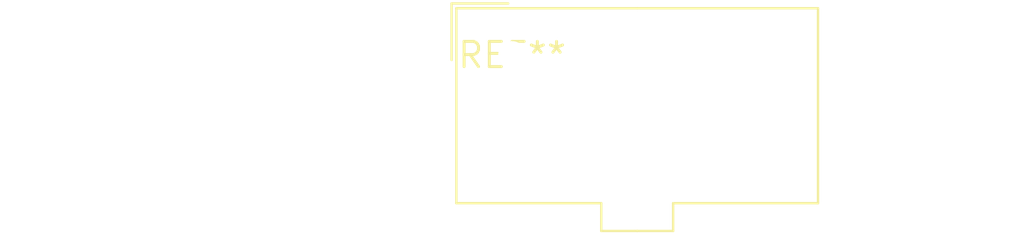
<source format=kicad_pcb>
(kicad_pcb (version 20240108) (generator pcbnew)
  (layers (0 "F.Cu" signal) (31 "B.Cu" signal) (34 "B.Paste" user) (35 "F.Paste" user) (36 "B.SilkS" user "B.Silkscreen") (37 "F.SilkS" user "F.Silkscreen") (38 "B.Mask" user) (39 "F.Mask" user) (44 "Edge.Cuts" user))
  (net 0 "")
  (footprint "Molex_Mini-Fit_Jr_5566-08A_2x04_P4.20mm_Vertical" (layer "F.Cu") (at 0 0)
    (property "Reference" "REF**")
    (property "Value" "Molex_Mini-Fit_Jr_5566-08A_2x04_P4.20mm_Vertical")
    (fp_line (start -3.05 -2.6) (end -3.05 0.25) (layer "F.SilkS") (stroke (width 0.12)))
    (fp_line (start -2.81 -2.36) (end -2.81 7.46) (layer "F.SilkS") (stroke (width 0.12)))
    (fp_line (start -2.81 7.46) (end 4.49 7.46) (layer "F.SilkS") (stroke (width 0.12)))
    (fp_line (start -0.2 -2.6) (end -3.05 -2.6) (layer "F.SilkS") (stroke (width 0.12)))
    (fp_line (start 4.49 7.46) (end 4.49 8.86) (layer "F.SilkS") (stroke (width 0.12)))
    (fp_line (start 4.49 8.86) (end 6.3 8.86) (layer "F.SilkS") (stroke (width 0.12)))
    (fp_line (start 6.3 -2.36) (end -2.81 -2.36) (layer "F.SilkS") (stroke (width 0.12)))
    (fp_line (start 6.3 -2.36) (end 15.41 -2.36) (layer "F.SilkS") (stroke (width 0.12)))
    (fp_line (start 8.11 7.46) (end 8.11 8.86) (layer "F.SilkS") (stroke (width 0.12)))
    (fp_line (start 8.11 8.86) (end 6.3 8.86) (layer "F.SilkS") (stroke (width 0.12)))
    (fp_line (start 15.41 -2.36) (end 15.41 7.46) (layer "F.SilkS") (stroke (width 0.12)))
    (fp_line (start 15.41 7.46) (end 8.11 7.46) (layer "F.SilkS") (stroke (width 0.12)))
    (pad "1" thru_hole roundrect (at 0 0) (size 2.7 3.3) (drill 1.4) (layers *.Cu *.Mask) (remove_unused_layers) (roundrect_rratio 0.092593))
    (pad "2" thru_hole oval (at 4.2 0) (size 2.7 3.3) (drill 1.4) (layers *.Cu *.Mask) (remove_unused_layers))
    (pad "3" thru_hole oval (at 8.4 0) (size 2.7 3.3) (drill 1.4) (layers *.Cu *.Mask) (remove_unused_layers))
    (pad "4" thru_hole oval (at 12.6 0) (size 2.7 3.3) (drill 1.4) (layers *.Cu *.Mask) (remove_unused_layers))
    (pad "5" thru_hole oval (at 0 5.5) (size 2.7 3.3) (drill 1.4) (layers *.Cu *.Mask) (remove_unused_layers))
    (pad "6" thru_hole oval (at 4.2 5.5) (size 2.7 3.3) (drill 1.4) (layers *.Cu *.Mask) (remove_unused_layers))
    (pad "7" thru_hole oval (at 8.4 5.5) (size 2.7 3.3) (drill 1.4) (layers *.Cu *.Mask) (remove_unused_layers))
    (pad "8" thru_hole oval (at 12.6 5.5) (size 2.7 3.3) (drill 1.4) (layers *.Cu *.Mask) (remove_unused_layers))
  )
)
</source>
